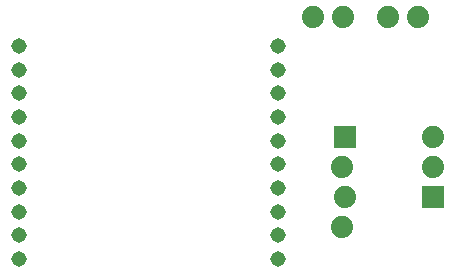
<source format=gbl>
G75*
G70*
%OFA0B0*%
%FSLAX24Y24*%
%IPPOS*%
%LPD*%
%AMOC8*
5,1,8,0,0,1.08239X$1,22.5*
%
%ADD10C,0.0515*%
%ADD11C,0.0740*%
%ADD12R,0.0740X0.0740*%
D10*
X008003Y009957D03*
X008003Y010744D03*
X008003Y011531D03*
X008003Y012319D03*
X008003Y013106D03*
X008003Y013894D03*
X008003Y014681D03*
X008003Y015469D03*
X008003Y016256D03*
X008003Y017043D03*
X016664Y017043D03*
X016664Y016256D03*
X016664Y015469D03*
X016664Y014681D03*
X016664Y013894D03*
X016664Y013106D03*
X016664Y012319D03*
X016664Y011531D03*
X016664Y010744D03*
X016664Y009957D03*
D11*
X018783Y011000D03*
X018883Y012000D03*
X018783Y013000D03*
X021833Y013000D03*
X021833Y014000D03*
X021333Y018000D03*
X020333Y018000D03*
X018833Y018000D03*
X017833Y018000D03*
D12*
X018883Y014000D03*
X021833Y012000D03*
M02*

</source>
